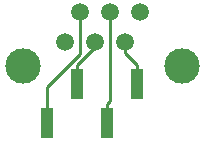
<source format=gbl>
G04 #@! TF.FileFunction,Copper,L2,Bot,Signal*
%FSLAX46Y46*%
G04 Gerber Fmt 4.6, Leading zero omitted, Abs format (unit mm)*
G04 Created by KiCad (PCBNEW 4.0.7-e2-6376~58~ubuntu16.04.1) date Sat Jan 13 09:51:46 2018*
%MOMM*%
%LPD*%
G01*
G04 APERTURE LIST*
%ADD10C,0.100000*%
%ADD11C,1.520000*%
%ADD12C,3.000000*%
%ADD13R,1.000000X2.510000*%
%ADD14C,0.250000*%
G04 APERTURE END LIST*
D10*
D11*
X150110000Y-85600000D03*
X147570000Y-85600000D03*
X152650000Y-85600000D03*
X146300000Y-88140000D03*
X148840000Y-88140000D03*
X151380000Y-88140000D03*
D12*
X156210000Y-90170000D03*
X142740000Y-90170000D03*
D13*
X147320000Y-91690000D03*
X152400000Y-91690000D03*
X144780000Y-95000000D03*
X149860000Y-95000000D03*
D14*
X150110000Y-93169700D02*
X150110000Y-85600000D01*
X149860000Y-93419700D02*
X150110000Y-93169700D01*
X149860000Y-95000000D02*
X149860000Y-93419700D01*
X147570000Y-89214200D02*
X147570000Y-85600000D01*
X144780000Y-92004200D02*
X147570000Y-89214200D01*
X144780000Y-95000000D02*
X144780000Y-92004200D01*
X148840000Y-88589700D02*
X148840000Y-88140000D01*
X147320000Y-90109700D02*
X148840000Y-88589700D01*
X147320000Y-91690000D02*
X147320000Y-90109700D01*
X151380000Y-89089700D02*
X151380000Y-88140000D01*
X152400000Y-90109700D02*
X151380000Y-89089700D01*
X152400000Y-91690000D02*
X152400000Y-90109700D01*
M02*

</source>
